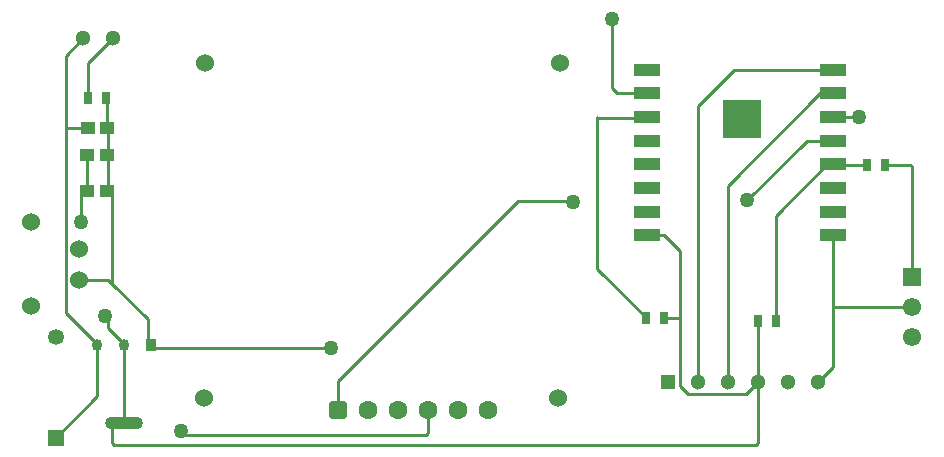
<source format=gtl>
G04*
G04 #@! TF.GenerationSoftware,Altium Limited,Altium Designer,24.10.1 (45)*
G04*
G04 Layer_Physical_Order=1*
G04 Layer_Color=255*
%FSLAX44Y44*%
%MOMM*%
G71*
G04*
G04 #@! TF.SameCoordinates,565968F8-0361-4AAA-87F1-21D5076EFA40*
G04*
G04*
G04 #@! TF.FilePolarity,Positive*
G04*
G01*
G75*
%ADD12C,0.2540*%
%ADD13R,2.2000X1.1000*%
%ADD14R,3.2000X3.2000*%
%ADD15R,1.2065X1.0682*%
%ADD16R,0.8000X1.0000*%
%ADD17R,0.8721X1.0043*%
G04:AMPARAMS|DCode=18|XSize=1.0043mm|YSize=0.8721mm|CornerRadius=0.4361mm|HoleSize=0mm|Usage=FLASHONLY|Rotation=270.000|XOffset=0mm|YOffset=0mm|HoleType=Round|Shape=RoundedRectangle|*
%AMROUNDEDRECTD18*
21,1,1.0043,0.0000,0,0,270.0*
21,1,0.1322,0.8721,0,0,270.0*
1,1,0.8721,0.0000,-0.0661*
1,1,0.8721,0.0000,0.0661*
1,1,0.8721,0.0000,0.0661*
1,1,0.8721,0.0000,-0.0661*
%
%ADD18ROUNDEDRECTD18*%
G04:AMPARAMS|DCode=19|XSize=1.0043mm|YSize=3.1821mm|CornerRadius=0.4369mm|HoleSize=0mm|Usage=FLASHONLY|Rotation=270.000|XOffset=0mm|YOffset=0mm|HoleType=Round|Shape=RoundedRectangle|*
%AMROUNDEDRECTD19*
21,1,1.0043,2.3084,0,0,270.0*
21,1,0.1306,3.1821,0,0,270.0*
1,1,0.8737,-1.1542,-0.0653*
1,1,0.8737,-1.1542,0.0653*
1,1,0.8737,1.1542,0.0653*
1,1,0.8737,1.1542,-0.0653*
%
%ADD19ROUNDEDRECTD19*%
%ADD23R,1.3000X1.3000*%
%ADD24C,1.3000*%
%ADD25R,1.3500X1.3500*%
%ADD26C,1.3500*%
%ADD32C,1.5240*%
%ADD33R,1.5500X1.5500*%
%ADD34C,1.5500*%
%ADD35C,1.6000*%
G04:AMPARAMS|DCode=36|XSize=1.6mm|YSize=1.6mm|CornerRadius=0.4mm|HoleSize=0mm|Usage=FLASHONLY|Rotation=0.000|XOffset=0mm|YOffset=0mm|HoleType=Round|Shape=RoundedRectangle|*
%AMROUNDEDRECTD36*
21,1,1.6000,0.8000,0,0,0.0*
21,1,0.8000,1.6000,0,0,0.0*
1,1,0.8000,0.4000,-0.4000*
1,1,0.8000,-0.4000,-0.4000*
1,1,0.8000,-0.4000,0.4000*
1,1,0.8000,0.4000,0.4000*
%
%ADD36ROUNDEDRECTD36*%
%ADD37C,1.2700*%
D12*
X702316Y124170D02*
Y183124D01*
Y122682D02*
Y124170D01*
X703072Y122682D02*
X769366D01*
X702316Y71888D02*
Y122682D01*
X125008Y90100D02*
X127732Y87376D01*
X277368D01*
X435356Y212344D02*
X481330D01*
X282956Y35052D02*
Y59944D01*
X435356Y212344D01*
X91948Y142070D02*
X121920Y112098D01*
X87383Y220980D02*
X87877D01*
X91948Y142070D02*
Y216909D01*
X88414Y220980D02*
Y274686D01*
Y145604D02*
X91948Y142070D01*
X87877Y220980D02*
X91948Y216909D01*
X65532Y215660D02*
X66104Y216232D01*
X65532Y194310D02*
Y215660D01*
X70182Y220987D02*
X70859D01*
X66104Y216909D02*
X70182Y220987D01*
X66104Y216232D02*
Y216909D01*
X102108Y90100D02*
Y90761D01*
X87967Y104902D02*
X102108Y90761D01*
X87967Y104902D02*
Y113201D01*
X86106Y115062D02*
X87967Y113201D01*
X52324Y117645D02*
X79208Y90761D01*
X52324Y117645D02*
Y274447D01*
X79208Y90100D02*
Y90761D01*
Y47022D02*
Y90100D01*
X88414Y145604D02*
X88414Y145604D01*
X52324Y274447D02*
Y335280D01*
X52705Y274066D02*
X71243D01*
X52324Y274447D02*
X52705Y274066D01*
X86494Y299720D02*
X87761Y298453D01*
Y274066D02*
Y298453D01*
X102108Y24200D02*
Y90100D01*
X149860Y13970D02*
X357668D01*
X93324Y5842D02*
X637068D01*
X43942Y11756D02*
X79208Y47022D01*
X70859Y220987D02*
Y250698D01*
X52324Y335280D02*
X67310Y350266D01*
X71494Y299720D02*
Y329050D01*
X92710Y350266D01*
X121920Y93188D02*
X125008Y90100D01*
X121920Y93188D02*
Y112098D01*
X637068Y5842D02*
X638556Y7330D01*
X91836D02*
X93324Y5842D01*
X638556Y7330D02*
Y58928D01*
X91836Y7330D02*
Y20684D01*
X95352Y24200D01*
X102108D01*
X63754Y145604D02*
X88414D01*
X481330Y212344D02*
X482092Y211582D01*
X502652Y154954D02*
X544830Y112776D01*
X629158Y212598D02*
X679684Y263124D01*
X702316D01*
X587756Y292644D02*
X618236Y323124D01*
X702316D01*
X587756Y58928D02*
Y292644D01*
X502652Y154954D02*
Y282956D01*
X689356Y58928D02*
X702316Y71888D01*
X628142Y48514D02*
X638556Y58928D01*
X357668Y13970D02*
X359156Y15458D01*
Y35052D01*
X572770Y112517D02*
Y169662D01*
Y55372D02*
Y112517D01*
X559054Y113284D02*
X572003D01*
X572770Y112517D01*
X702842Y242598D02*
X731132D01*
X745370D02*
X767878D01*
X769366Y148082D02*
Y241110D01*
X767878Y242598D02*
X769366Y241110D01*
X503174Y282702D02*
X543894D01*
X544316Y283124D01*
X613156Y225044D02*
X691236Y303124D01*
X702316D01*
X613156Y58928D02*
Y225044D01*
X515030Y366186D02*
X515366Y366522D01*
X515030Y307488D02*
Y366186D01*
X702316Y243124D02*
X702842Y242598D01*
X696816Y243124D02*
X702316D01*
X653422Y199730D02*
X696816Y243124D01*
X544316Y183124D02*
X559308D01*
X572770Y169662D01*
Y55372D02*
X579628Y48514D01*
X628142D01*
X638422Y110744D02*
X638556Y110610D01*
Y58928D02*
Y110610D01*
X702316Y283124D02*
X724408D01*
X515030Y307488D02*
X519394Y303124D01*
X544316D01*
X653422Y110744D02*
Y199730D01*
D13*
X544316Y323124D02*
D03*
Y303124D02*
D03*
Y283124D02*
D03*
Y263124D02*
D03*
Y243124D02*
D03*
Y223124D02*
D03*
Y203124D02*
D03*
Y183124D02*
D03*
X702316D02*
D03*
Y203124D02*
D03*
Y223124D02*
D03*
Y243124D02*
D03*
Y263124D02*
D03*
Y283124D02*
D03*
Y303124D02*
D03*
Y323124D02*
D03*
D14*
X625316Y281624D02*
D03*
D15*
X70859Y250698D02*
D03*
X87376D02*
D03*
X87383Y220980D02*
D03*
X70866D02*
D03*
X87761Y274066D02*
D03*
X71243D02*
D03*
D16*
X71494Y299720D02*
D03*
X86494D02*
D03*
X559054Y113284D02*
D03*
X544054D02*
D03*
X746132Y242570D02*
D03*
X731132D02*
D03*
X638422Y110744D02*
D03*
X653422D02*
D03*
D17*
X125008Y90100D02*
D03*
D18*
X102108D02*
D03*
X79208D02*
D03*
D19*
X102108Y24200D02*
D03*
D23*
X562356Y58928D02*
D03*
D24*
X92710Y350266D02*
D03*
X67310D02*
D03*
X587756Y58928D02*
D03*
X613156D02*
D03*
X638556D02*
D03*
X663956D02*
D03*
X689356D02*
D03*
D25*
X43942Y11756D02*
D03*
D26*
Y96956D02*
D03*
D32*
X23474Y123204D02*
D03*
X63754Y145604D02*
D03*
Y171704D02*
D03*
X23474Y194204D02*
D03*
X469538Y45574D02*
D03*
X169418Y45720D02*
D03*
X470554Y328930D02*
D03*
X170796Y329076D02*
D03*
D33*
X769366Y148082D02*
D03*
D34*
Y122682D02*
D03*
Y97282D02*
D03*
D35*
X359156Y35052D02*
D03*
X308356D02*
D03*
X333756D02*
D03*
X384556D02*
D03*
X409956D02*
D03*
D36*
X282956D02*
D03*
D37*
X277368Y87376D02*
D03*
X65532Y194310D02*
D03*
X86106Y115062D02*
D03*
X149860Y17272D02*
D03*
X629158Y212598D02*
D03*
X482092Y211582D02*
D03*
X515366Y366522D02*
D03*
X724408Y283124D02*
D03*
M02*

</source>
